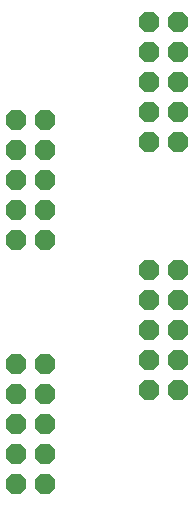
<source format=gts>
G04*
G04 #@! TF.GenerationSoftware,Altium Limited,Altium Designer,19.1.9 (167)*
G04*
G04 Layer_Color=8388736*
%FSLAX25Y25*%
%MOIN*%
G70*
G01*
G75*
%ADD11P,0.07253X8X112.5*%
D11*
X52835Y59134D02*
D03*
Y49134D02*
D03*
Y39134D02*
D03*
Y69134D02*
D03*
Y79134D02*
D03*
X62585Y79133D02*
D03*
Y69133D02*
D03*
Y39133D02*
D03*
Y49133D02*
D03*
Y59133D02*
D03*
X52835Y141732D02*
D03*
Y131732D02*
D03*
Y121732D02*
D03*
Y151732D02*
D03*
Y161732D02*
D03*
X62585Y161732D02*
D03*
Y151732D02*
D03*
Y121732D02*
D03*
Y131732D02*
D03*
Y141732D02*
D03*
X18018Y27873D02*
D03*
Y17873D02*
D03*
Y7873D02*
D03*
Y37873D02*
D03*
Y47873D02*
D03*
X8268Y47874D02*
D03*
Y37874D02*
D03*
Y7874D02*
D03*
Y17874D02*
D03*
Y27874D02*
D03*
X18018Y109373D02*
D03*
Y99373D02*
D03*
Y89373D02*
D03*
Y119373D02*
D03*
Y129373D02*
D03*
X8268Y129374D02*
D03*
Y119374D02*
D03*
Y89374D02*
D03*
Y99374D02*
D03*
Y109374D02*
D03*
M02*

</source>
